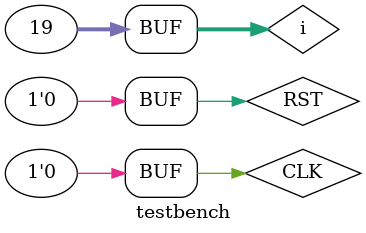
<source format=v>
`timescale 1ns / 1ps
`include "UP_COUNTER4BIT.v"

module testbench;
	reg CLK;
	reg RST;
	wire [3:0] OUT;
	reg [31:0] i;
	UP_COUNTER4BIT uut (
		.CLK(CLK), 
		.RST(RST), 
		.OUT(OUT)
	);

	initial begin
		CLK = 0;
		RST = 0;
		#5;
		RST = 1;
		#100;
      for( i = 0; i< 19; i = i + 1) begin #5 CLK = ~CLK; #5 CLK = ~CLK; end
      for( i = 0; i< 19; i = i + 1) begin #5 CLK = ~CLK; #5 CLK = ~CLK; end
		RST = 0;
      for( i = 0; i< 19; i = i + 1) begin #5 CLK = ~CLK; #5 CLK = ~CLK; end
      for( i = 0; i< 19; i = i + 1) begin #5 CLK = ~CLK; #5 CLK = ~CLK; end
	end
endmodule


</source>
